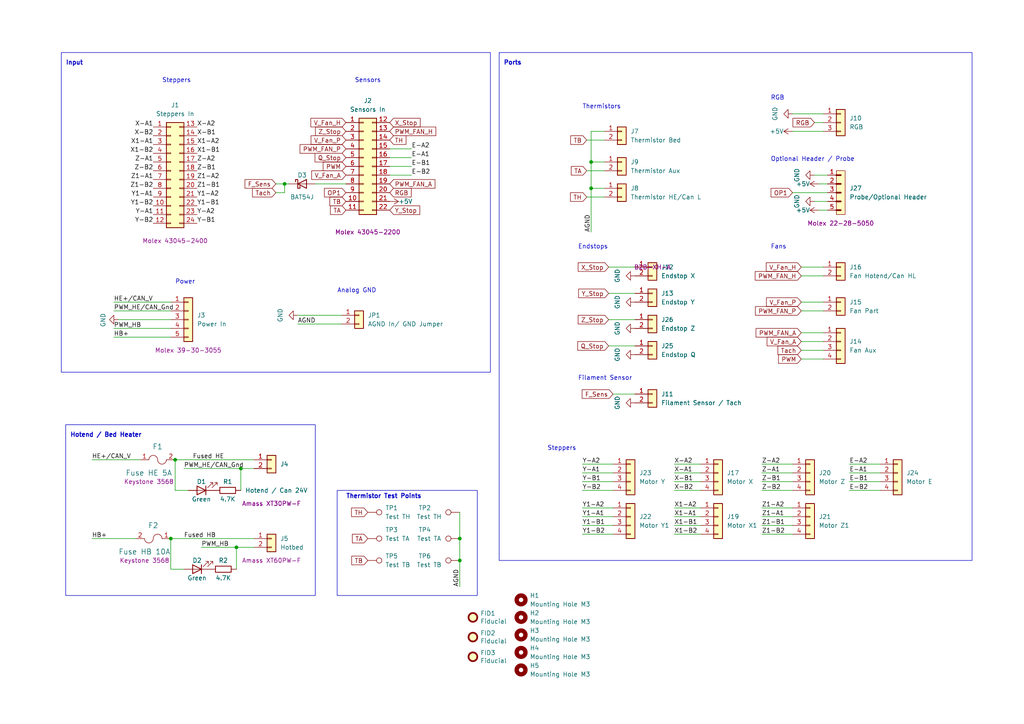
<source format=kicad_sch>
(kicad_sch (version 20230121) (generator eeschema)
  (paper "A4")
  (title_block (title "LH Stinger BREAKBEAT") (rev "Vol 1") (company "LH ENGINEERING"))
  (lib_symbols
    (symbol "Connector:TestPoint" (pin_numbers hide) (pin_names (offset 0.762) hide)
      (property "Reference" "TP" (at 0 6.858 0))
      (property "Value" "TestPoint" (at 0 5.08 0))
      (symbol "TestPoint_1_1"
        (pin passive line (at 0 0 90) (length 2.54) (name "1") (number "1"))
      )
    )
    (symbol "Connector_Generic:Conn_01x02" (pin_names (offset 1.016) hide)
      (property "Reference" "J" (at 0 2.54 0))
      (property "Value" "Conn_01x02" (at 0 -5.08 0))
      (symbol "Conn_01x02_1_1"
        (pin passive line (at -5.08 0 0) (length 3.81) (name "Pin_1") (number "1"))
        (pin passive line (at -5.08 -2.54 0) (length 3.81) (name "Pin_2") (number "2"))
      )
    )
    (symbol "Connector_Generic:Conn_01x03" (pin_names (offset 1.016) hide)
      (property "Reference" "J" (at 0 5.08 0))
      (property "Value" "Conn_01x03" (at 0 -5.08 0))
      (symbol "Conn_01x03_1_1"
        (pin passive line (at -5.08 2.54 0) (length 3.81) (name "Pin_1") (number "1"))
        (pin passive line (at -5.08 0 0) (length 3.81) (name "Pin_2") (number "2"))
        (pin passive line (at -5.08 -2.54 0) (length 3.81) (name "Pin_3") (number "3"))
      )
    )
    (symbol "Connector_Generic:Conn_01x04" (pin_names (offset 1.016) hide)
      (property "Reference" "J" (at 0 5.08 0))
      (property "Value" "Conn_01x04" (at 0 -7.62 0))
      (symbol "Conn_01x04_1_1"
        (pin passive line (at -5.08 2.54 0) (length 3.81) (name "Pin_1") (number "1"))
        (pin passive line (at -5.08 0 0) (length 3.81) (name "Pin_2") (number "2"))
        (pin passive line (at -5.08 -2.54 0) (length 3.81) (name "Pin_3") (number "3"))
        (pin passive line (at -5.08 -5.08 0) (length 3.81) (name "Pin_4") (number "4"))
      )
    )
    (symbol "Connector_Generic:Conn_01x05" (pin_names (offset 1.016) hide)
      (property "Reference" "J" (at 0 7.62 0))
      (property "Value" "Conn_01x05" (at 0 -7.62 0))
      (symbol "Conn_01x05_1_1"
        (pin passive line (at -5.08 5.08 0) (length 3.81) (name "Pin_1") (number "1"))
        (pin passive line (at -5.08 2.54 0) (length 3.81) (name "Pin_2") (number "2"))
        (pin passive line (at -5.08 0 0) (length 3.81) (name "Pin_3") (number "3"))
        (pin passive line (at -5.08 -2.54 0) (length 3.81) (name "Pin_4") (number "4"))
        (pin passive line (at -5.08 -5.08 0) (length 3.81) (name "Pin_5") (number "5"))
      )
    )
    (symbol "Connector_Generic:Conn_02x11_Top_Bottom" (pin_names (offset 1.016) hide)
      (property "Reference" "J" (at 1.27 15.24 0))
      (property "Value" "Conn_02x11_Top_Bottom" (at 1.27 -15.24 0))
      (symbol "Conn_02x11_Top_Bottom_1_1"
        (pin passive line (at -5.08 12.7 0) (length 3.81) (name "Pin_1") (number "1"))
        (pin passive line (at -5.08 -10.16 0) (length 3.81) (name "Pin_10") (number "10"))
        (pin passive line (at -5.08 -12.7 0) (length 3.81) (name "Pin_11") (number "11"))
        (pin passive line (at 7.62 12.7 180) (length 3.81) (name "Pin_12") (number "12"))
        (pin passive line (at 7.62 10.16 180) (length 3.81) (name "Pin_13") (number "13"))
        (pin passive line (at 7.62 7.62 180) (length 3.81) (name "Pin_14") (number "14"))
        (pin passive line (at 7.62 5.08 180) (length 3.81) (name "Pin_15") (number "15"))
        (pin passive line (at 7.62 2.54 180) (length 3.81) (name "Pin_16") (number "16"))
        (pin passive line (at 7.62 0 180) (length 3.81) (name "Pin_17") (number "17"))
        (pin passive line (at 7.62 -2.54 180) (length 3.81) (name "Pin_18") (number "18"))
        (pin passive line (at 7.62 -5.08 180) (length 3.81) (name "Pin_19") (number "19"))
        (pin passive line (at -5.08 10.16 0) (length 3.81) (name "Pin_2") (number "2"))
        (pin passive line (at 7.62 -7.62 180) (length 3.81) (name "Pin_20") (number "20"))
        (pin passive line (at 7.62 -10.16 180) (length 3.81) (name "Pin_21") (number "21"))
        (pin passive line (at 7.62 -12.7 180) (length 3.81) (name "Pin_22") (number "22"))
        (pin passive line (at -5.08 7.62 0) (length 3.81) (name "Pin_3") (number "3"))
        (pin passive line (at -5.08 5.08 0) (length 3.81) (name "Pin_4") (number "4"))
        (pin passive line (at -5.08 2.54 0) (length 3.81) (name "Pin_5") (number "5"))
        (pin passive line (at -5.08 0 0) (length 3.81) (name "Pin_6") (number "6"))
        (pin passive line (at -5.08 -2.54 0) (length 3.81) (name "Pin_7") (number "7"))
        (pin passive line (at -5.08 -5.08 0) (length 3.81) (name "Pin_8") (number "8"))
        (pin passive line (at -5.08 -7.62 0) (length 3.81) (name "Pin_9") (number "9"))
      )
    )
    (symbol "Connector_Generic:Conn_02x12_Top_Bottom" (pin_names (offset 1.016) hide)
      (property "Reference" "J" (at 1.27 15.24 0))
      (property "Value" "Conn_02x12_Top_Bottom" (at 1.27 -17.78 0))
      (symbol "Conn_02x12_Top_Bottom_1_1"
        (pin passive line (at -5.08 12.7 0) (length 3.81) (name "Pin_1") (number "1"))
        (pin passive line (at -5.08 -10.16 0) (length 3.81) (name "Pin_10") (number "10"))
        (pin passive line (at -5.08 -12.7 0) (length 3.81) (name "Pin_11") (number "11"))
        (pin passive line (at -5.08 -15.24 0) (length 3.81) (name "Pin_12") (number "12"))
        (pin passive line (at 7.62 12.7 180) (length 3.81) (name "Pin_13") (number "13"))
        (pin passive line (at 7.62 10.16 180) (length 3.81) (name "Pin_14") (number "14"))
        (pin passive line (at 7.62 7.62 180) (length 3.81) (name "Pin_15") (number "15"))
        (pin passive line (at 7.62 5.08 180) (length 3.81) (name "Pin_16") (number "16"))
        (pin passive line (at 7.62 2.54 180) (length 3.81) (name "Pin_17") (number "17"))
        (pin passive line (at 7.62 0 180) (length 3.81) (name "Pin_18") (number "18"))
        (pin passive line (at 7.62 -2.54 180) (length 3.81) (name "Pin_19") (number "19"))
        (pin passive line (at -5.08 10.16 0) (length 3.81) (name "Pin_2") (number "2"))
        (pin passive line (at 7.62 -5.08 180) (length 3.81) (name "Pin_20") (number "20"))
        (pin passive line (at 7.62 -7.62 180) (length 3.81) (name "Pin_21") (number "21"))
        (pin passive line (at 7.62 -10.16 180) (length 3.81) (name "Pin_22") (number "22"))
        (pin passive line (at 7.62 -12.7 180) (length 3.81) (name "Pin_23") (number "23"))
        (pin passive line (at 7.62 -15.24 180) (length 3.81) (name "Pin_24") (number "24"))
        (pin passive line (at -5.08 7.62 0) (length 3.81) (name "Pin_3") (number "3"))
        (pin passive line (at -5.08 5.08 0) (length 3.81) (name "Pin_4") (number "4"))
        (pin passive line (at -5.08 2.54 0) (length 3.81) (name "Pin_5") (number "5"))
        (pin passive line (at -5.08 0 0) (length 3.81) (name "Pin_6") (number "6"))
        (pin passive line (at -5.08 -2.54 0) (length 3.81) (name "Pin_7") (number "7"))
        (pin passive line (at -5.08 -5.08 0) (length 3.81) (name "Pin_8") (number "8"))
        (pin passive line (at -5.08 -7.62 0) (length 3.81) (name "Pin_9") (number "9"))
      )
    )
    (symbol "Device:LED" (pin_numbers hide) (pin_names (offset 1.016) hide)
      (property "Reference" "D" (at 0 2.54 0))
      (property "Value" "LED" (at 0 -2.54 0))
      (symbol "LED_1_1"
        (pin passive line (at -3.81 0 0) (length 2.54) (name "K") (number "1"))
        (pin passive line (at 3.81 0 180) (length 2.54) (name "A") (number "2"))
      )
    )
    (symbol "Diode:BAT54J" (pin_numbers hide) (pin_names (offset 1.016) hide)
      (property "Reference" "D" (at 0 2.54 0))
      (property "Value" "BAT54J" (at 0 -2.54 0))
      (symbol "BAT54J_1_1"
        (pin passive line (at -3.81 0 0) (length 2.54) (name "K") (number "1"))
        (pin passive line (at 3.81 0 180) (length 2.54) (name "A") (number "2"))
      )
    )
    (symbol "Mechanical:Fiducial"
      (property "Reference" "FID" (at 0 5.08 0))
      (property "Value" "Fiducial" (at 0 3.175 0))
    )
    (symbol "Mechanical:MountingHole" (pin_names (offset 1.016))
      (property "Reference" "H" (at 0 5.08 0))
      (property "Value" "MountingHole" (at 0 3.175 0))
    )
    (symbol "PCM_SL_Devices:Resistor"
      (property "Reference" "R" (at 0 5.08 0))
      (property "Value" "Resistor" (at 0 2.54 0))
      (symbol "Resistor_1_1"
        (pin passive line (at -3.81 0 0) (length 1.5) (name "") (number "1"))
        (pin passive line (at 3.81 0 180) (length 1.5) (name "~") (number "2"))
      )
    )
    (symbol "PCM_SL_Pin_Headers:PINHD_1x5_Male"
      (property "Reference" "J" (at 0 10.16 0))
      (property "Value" "PINHD_1x5_Male" (at 0 7.62 0))
      (symbol "PINHD_1x5_Male_1_1"
        (pin passive line (at -3.81 5.08 0) (length 2.54) (name "") (number "1"))
        (pin passive line (at -3.81 2.54 0) (length 2.54) (name "") (number "2"))
        (pin passive line (at -3.81 0 0) (length 2.54) (name "") (number "3"))
        (pin passive line (at -3.81 -2.54 0) (length 2.54) (name "") (number "4"))
        (pin passive line (at -3.81 -5.08 0) (length 2.54) (name "") (number "5"))
      )
    )
    (symbol "Toolhead_PCB:GND" (power) (pin_names (offset 0))
      (property "Value" "GND" (at 0 -3.81 0))
      (symbol "GND_1_1"
        (pin power_in line (at 0 0 270) (length 0) hide (name "GND") (number "1"))
      )
    )
    (symbol "dk_Fuses:3413_0328_22" (pin_names (offset 1.016))
      (property "Reference" "F" (at 0 2.54 0))
      (property "Value" "3413_0328_22" (at 0 -2.54 0))
      (symbol "3413_0328_22_1_1"
        (pin output line (at -5.08 0 0) (length 2.54) (name "~") (number "1"))
        (pin output line (at 5.08 0 180) (length 2.54) (name "~") (number "2"))
      )
    )
    (symbol "power:+5V" (power) (pin_names (offset 0))
      (property "Value" "+5V" (at 0 3.556 0))
      (symbol "+5V_1_1"
        (pin power_in line (at 0 0 90) (length 0) hide (name "+5V") (number "1"))
      )
    )
  )
  (junction (at 133.35 162.56))
  (junction (at 82.55 53.34))
  (junction (at 171.45 46.99))
  (junction (at 133.35 156.21))
  (junction (at 171.45 54.61))
  (junction (at 49.53 156.21))
  (junction (at 50.8 133.35))
  (junction (at 69.85 135.89))
  (junction (at 68.58 158.75))
  (wire (pts (xy 176.53 77.47) (xy 184.15 77.47)))
  (wire (pts (xy 203.2 154.94) (xy 195.58 154.94)))
  (wire (pts (xy 237.49 53.34) (xy 240.03 53.34)))
  (wire (pts (xy 119.38 43.18) (xy 113.03 43.18)))
  (wire (pts (xy 203.2 139.7) (xy 195.58 139.7)))
  (wire (pts (xy 232.41 99.06) (xy 238.76 99.06)))
  (wire (pts (xy 203.2 137.16) (xy 195.58 137.16)))
  (wire (pts (xy 171.45 46.99) (xy 171.45 54.61)))
  (wire (pts (xy 220.98 134.62) (xy 229.87 134.62)))
  (wire (pts (xy 220.98 154.94) (xy 229.87 154.94)))
  (wire (pts (xy 58.42 158.75) (xy 68.58 158.75)))
  (wire (pts (xy 246.38 134.62) (xy 255.27 134.62)))
  (wire (pts (xy 33.02 95.25) (xy 49.53 95.25)))
  (wire (pts (xy 133.35 148.59) (xy 133.35 156.21)))
  (wire (pts (xy 171.45 38.1) (xy 175.26 38.1)))
  (wire (pts (xy 50.8 133.35) (xy 50.8 142.24)))
  (wire (pts (xy 220.98 137.16) (xy 229.87 137.16)))
  (wire (pts (xy 168.91 147.32) (xy 177.8 147.32)))
  (wire (pts (xy 220.98 147.32) (xy 229.87 147.32)))
  (wire (pts (xy 232.41 87.63) (xy 238.76 87.63)))
  (wire (pts (xy 220.98 152.4) (xy 229.87 152.4)))
  (wire (pts (xy 203.2 149.86) (xy 195.58 149.86)))
  (wire (pts (xy 220.98 149.86) (xy 229.87 149.86)))
  (wire (pts (xy 33.02 97.79) (xy 49.53 97.79)))
  (wire (pts (xy 177.8 137.16) (xy 168.91 137.16)))
  (wire (pts (xy 171.45 54.61) (xy 175.26 54.61)))
  (wire (pts (xy 26.67 156.21) (xy 39.37 156.21)))
  (wire (pts (xy 246.38 139.7) (xy 255.27 139.7)))
  (wire (pts (xy 232.41 96.52) (xy 238.76 96.52)))
  (wire (pts (xy 176.53 92.71) (xy 184.15 92.71)))
  (wire (pts (xy 176.53 100.33) (xy 184.15 100.33)))
  (wire (pts (xy 119.38 50.8) (xy 113.03 50.8)))
  (wire (pts (xy 238.76 33.02) (xy 229.87 33.02)))
  (wire (pts (xy 236.22 58.42) (xy 240.03 58.42)))
  (wire (pts (xy 119.38 48.26) (xy 113.03 48.26)))
  (wire (pts (xy 177.8 142.24) (xy 168.91 142.24)))
  (wire (pts (xy 133.35 156.21) (xy 133.35 162.56)))
  (wire (pts (xy 68.58 158.75) (xy 73.66 158.75)))
  (wire (pts (xy 168.91 154.94) (xy 177.8 154.94)))
  (wire (pts (xy 33.02 87.63) (xy 49.53 87.63)))
  (wire (pts (xy 236.22 35.56) (xy 238.76 35.56)))
  (wire (pts (xy 246.38 137.16) (xy 255.27 137.16)))
  (wire (pts (xy 53.34 135.89) (xy 69.85 135.89)))
  (wire (pts (xy 203.2 147.32) (xy 195.58 147.32)))
  (wire (pts (xy 49.53 156.21) (xy 73.66 156.21)))
  (wire (pts (xy 229.87 38.1) (xy 238.76 38.1)))
  (wire (pts (xy 69.85 135.89) (xy 69.85 142.24)))
  (wire (pts (xy 168.91 149.86) (xy 177.8 149.86)))
  (wire (pts (xy 177.8 114.3) (xy 184.15 114.3)))
  (wire (pts (xy 99.06 91.44) (xy 86.36 91.44)))
  (wire (pts (xy 229.87 55.88) (xy 240.03 55.88)))
  (wire (pts (xy 203.2 134.62) (xy 195.58 134.62)))
  (wire (pts (xy 232.41 90.17) (xy 238.76 90.17)))
  (wire (pts (xy 133.35 162.56) (xy 133.35 170.18)))
  (wire (pts (xy 170.18 49.53) (xy 175.26 49.53)))
  (wire (pts (xy 177.8 134.62) (xy 168.91 134.62)))
  (wire (pts (xy 246.38 142.24) (xy 255.27 142.24)))
  (wire (pts (xy 82.55 53.34) (xy 82.55 55.88)))
  (wire (pts (xy 80.01 53.34) (xy 82.55 53.34)))
  (wire (pts (xy 232.41 77.47) (xy 238.76 77.47)))
  (wire (pts (xy 171.45 46.99) (xy 175.26 46.99)))
  (wire (pts (xy 171.45 38.1) (xy 171.45 46.99)))
  (wire (pts (xy 232.41 104.14) (xy 238.76 104.14)))
  (wire (pts (xy 176.53 85.09) (xy 184.15 85.09)))
  (wire (pts (xy 232.41 80.01) (xy 238.76 80.01)))
  (wire (pts (xy 49.53 156.21) (xy 49.53 165.1)))
  (wire (pts (xy 34.29 92.71) (xy 49.53 92.71)))
  (wire (pts (xy 83.82 53.34) (xy 82.55 53.34)))
  (wire (pts (xy 50.8 142.24) (xy 54.61 142.24)))
  (wire (pts (xy 80.01 55.88) (xy 82.55 55.88)))
  (wire (pts (xy 232.41 101.6) (xy 238.76 101.6)))
  (wire (pts (xy 68.58 158.75) (xy 68.58 165.1)))
  (wire (pts (xy 203.2 152.4) (xy 195.58 152.4)))
  (wire (pts (xy 203.2 142.24) (xy 195.58 142.24)))
  (wire (pts (xy 236.22 50.8) (xy 240.03 50.8)))
  (wire (pts (xy 91.44 53.34) (xy 100.33 53.34)))
  (wire (pts (xy 170.18 40.64) (xy 175.26 40.64)))
  (wire (pts (xy 69.85 135.89) (xy 73.66 135.89)))
  (wire (pts (xy 237.49 60.96) (xy 240.03 60.96)))
  (wire (pts (xy 86.36 93.98) (xy 99.06 93.98)))
  (wire (pts (xy 26.67 133.35) (xy 40.64 133.35)))
  (wire (pts (xy 168.91 152.4) (xy 177.8 152.4)))
  (wire (pts (xy 119.38 45.72) (xy 113.03 45.72)))
  (wire (pts (xy 177.8 139.7) (xy 168.91 139.7)))
  (wire (pts (xy 220.98 139.7) (xy 229.87 139.7)))
  (wire (pts (xy 50.8 133.35) (xy 73.66 133.35)))
  (wire (pts (xy 220.98 142.24) (xy 229.87 142.24)))
  (wire (pts (xy 170.18 57.15) (xy 175.26 57.15)))
  (wire (pts (xy 33.02 90.17) (xy 49.53 90.17)))
  (wire (pts (xy 49.53 165.1) (xy 53.34 165.1)))
  (wire (pts (xy 171.45 54.61) (xy 171.45 67.31)))
  (rectangle (start 17.78 15.24) (end 142.24 107.95))
  (rectangle (start 97.79 142.24) (end 138.43 172.72))
  (rectangle (start 19.05 123.19) (end 91.44 172.72))
  (rectangle (start 144.78 15.24) (end 281.94 162.56))
  (text "Fans" (at 223.52 72.39 0) (effects (font (size 1.27 1.27)) (justify left bottom)))
  (text "Analog GND" (at 97.79 85.09 0) (effects (font (size 1.27 1.27)) (justify left bottom)))
  (text "Power" (at 50.8 82.55 0) (effects (font (size 1.27 1.27)) (justify left bottom)))
  (text "Endstops" (at 167.64 72.39 0) (effects (font (size 1.27 1.27)) (justify left bottom)))
  (text "Input" (at 19.05 19.05 0) (effects (font (size 1.27 1.27) (thickness 0.254) bold) (justify left bottom)))
  (text "Hotend / Bed Heater\n" (at 20.32 127 0) (effects (font (size 1.27 1.27) (thickness 0.254) bold) (justify left bottom)))
  (text "Steppers" (at 158.75 130.81 0) (effects (font (size 1.27 1.27)) (justify left bottom)))
  (text "Ports" (at 146.05 19.05 0) (effects (font (size 1.27 1.27) (thickness 0.254) bold) (justify left bottom)))
  (text "Steppers" (at 46.99 24.13 0) (effects (font (size 1.27 1.27)) (justify left bottom)))
  (text "Thermistors" (at 168.91 31.75 0) (effects (font (size 1.27 1.27)) (justify left bottom)))
  (text "Optional Header / Probe" (at 223.52 46.99 0) (effects (font (size 1.27 1.27)) (justify left bottom)))
  (text "Filament Sensor" (at 167.64 110.49 0) (effects (font (size 1.27 1.27)) (justify left bottom)))
  (text "Thermistor Test Points" (at 100.33 144.78 0) (effects (font (size 1.27 1.27) (thickness 0.254) bold) (justify left bottom)))
  (text "Sensors" (at 102.87 24.13 0) (effects (font (size 1.27 1.27)) (justify left bottom)))
  (text "RGB" (at 223.52 29.21 0) (effects (font (size 1.27 1.27)) (justify left bottom)))
  (label "X1-A2" (at 57.15 41.91 0))
  (label "Z1-A2" (at 220.98 147.32 0))
  (label "E-A1" (at 246.38 137.16 0))
  (label "X1-B1" (at 57.15 44.45 0))
  (label "Y1-B2" (at 44.45 59.69 180))
  (label "Z-A1" (at 220.98 137.16 0))
  (label "Z1-B2" (at 44.45 54.61 180))
  (label "E-B1" (at 246.38 139.7 0))
  (label "Y-A2" (at 168.91 134.62 0))
  (label "Z1-A1" (at 44.45 52.07 180))
  (label "Z1-B2" (at 220.98 154.94 0))
  (label "Y-A1" (at 168.91 137.16 0))
  (label "Z-A2" (at 57.15 46.99 0))
  (label "Y1-B1" (at 57.15 59.69 0))
  (label "Z1-B1" (at 220.98 152.4 0))
  (label "Y-B1" (at 57.15 64.77 0))
  (label "X1-A2" (at 195.58 147.32 0))
  (label "Y1-A2" (at 168.91 147.32 0))
  (label "AGND" (at 86.36 93.98 0))
  (label "HB+" (at 26.67 156.21 0))
  (label "Y-B2" (at 168.91 142.24 0))
  (label "Fused HB" (at 53.34 156.21 0))
  (label "Fused HE" (at 55.88 133.35 0))
  (label "X-A1" (at 195.58 137.16 0))
  (label "X-B2" (at 195.58 142.24 0))
  (label "HB+" (at 33.02 97.79 0))
  (label "Y1-A1" (at 168.91 149.86 0))
  (label "AGND" (at 171.45 67.31 90))
  (label "X1-B2" (at 44.45 44.45 180))
  (label "E-A2" (at 246.38 134.62 0))
  (label "X-B1" (at 57.15 39.37 0))
  (label "E-B2" (at 246.38 142.24 0))
  (label "X-B1" (at 195.58 139.7 0))
  (label "X-A2" (at 195.58 134.62 0))
  (label "Z-A2" (at 220.98 134.62 0))
  (label "PWM_HE{slash}CAN_Gnd" (at 53.34 135.89 0))
  (label "Y-A1" (at 44.45 62.23 180))
  (label "E-B2" (at 119.38 50.8 0))
  (label "Y1-B2" (at 168.91 154.94 0))
  (label "Z-B1" (at 57.15 49.53 0))
  (label "AGND" (at 133.35 170.18 90))
  (label "Z-B2" (at 220.98 142.24 0))
  (label "X1-B1" (at 195.58 152.4 0))
  (label "Y-A2" (at 57.15 62.23 0))
  (label "Z-A1" (at 44.45 46.99 180))
  (label "Y-B1" (at 168.91 139.7 0))
  (label "E-A2" (at 119.38 43.18 0))
  (label "Z-B1" (at 220.98 139.7 0))
  (label "HE+{slash}CAN_V" (at 26.67 133.35 0))
  (label "X1-B2" (at 195.58 154.94 0))
  (label "X-A2" (at 57.15 36.83 0))
  (label "PWM_HB" (at 58.42 158.75 0))
  (label "X1-A1" (at 195.58 149.86 0))
  (label "Y1-A1" (at 44.45 57.15 180))
  (label "Y1-B1" (at 168.91 152.4 0))
  (label "X1-A1" (at 44.45 41.91 180))
  (label "X-B2" (at 44.45 39.37 180))
  (label "X-A1" (at 44.45 36.83 180))
  (label "PWM_HB" (at 33.02 95.25 0))
  (label "E-B1" (at 119.38 48.26 0))
  (label "Z-B2" (at 44.45 49.53 180))
  (label "E-A1" (at 119.38 45.72 0))
  (label "Z1-A1" (at 220.98 149.86 0))
  (label "PWM_HE{slash}CAN_Gnd" (at 33.02 90.17 0))
  (label "Z1-B1" (at 57.15 54.61 0))
  (label "Y1-A2" (at 57.15 57.15 0))
  (label "Z1-A2" (at 57.15 52.07 0))
  (label "Y-B2" (at 44.45 64.77 180))
  (label "HE+{slash}CAN_V" (at 33.02 87.63 0))
  (global_label "TB" (shape input) (at 100.33 58.42 180) (property "Intersheetrefs" "${INTERSHEET_REFS}" (effects hide)))
  (global_label "Tach" (shape input) (at 232.41 101.6 180) (property "Intersheetrefs" "${INTERSHEET_REFS}" (effects hide)))
  (global_label "Tach" (shape input) (at 80.01 55.88 180) (property "Intersheetrefs" "${INTERSHEET_REFS}" (effects hide)))
  (global_label "Q_Stop" (shape input) (at 100.33 45.72 180) (property "Intersheetrefs" "${INTERSHEET_REFS}" (effects hide)))
  (global_label "TH" (shape input) (at 113.03 40.64 0) (property "Intersheetrefs" "${INTERSHEET_REFS}" (effects hide)))
  (global_label "OP1" (shape input) (at 229.87 55.88 180) (property "Intersheetrefs" "${INTERSHEET_REFS}" (effects hide)))
  (global_label "Z_Stop" (shape input) (at 100.33 38.1 180) (property "Intersheetrefs" "${INTERSHEET_REFS}" (effects hide)))
  (global_label "Y_Stop" (shape input) (at 176.53 85.09 180) (property "Intersheetrefs" "${INTERSHEET_REFS}" (effects hide)))
  (global_label "OP1" (shape input) (at 100.33 55.88 180) (property "Intersheetrefs" "${INTERSHEET_REFS}" (effects hide)))
  (global_label "TA" (shape input) (at 106.68 156.21 180) (property "Intersheetrefs" "${INTERSHEET_REFS}" (effects hide)))
  (global_label "V_Fan_P" (shape input) (at 100.33 40.64 180) (property "Intersheetrefs" "${INTERSHEET_REFS}" (effects hide)))
  (global_label "Q_Stop" (shape input) (at 176.53 100.33 180) (property "Intersheetrefs" "${INTERSHEET_REFS}" (effects hide)))
  (global_label "V_Fan_A" (shape input) (at 232.41 99.06 180) (property "Intersheetrefs" "${INTERSHEET_REFS}" (effects hide)))
  (global_label "PWM_FAN_P" (shape input) (at 232.41 90.17 180) (property "Intersheetrefs" "${INTERSHEET_REFS}" (effects hide)))
  (global_label "X_Stop" (shape input) (at 113.03 35.56 0) (property "Intersheetrefs" "${INTERSHEET_REFS}" (effects hide)))
  (global_label "PWM_FAN_P" (shape input) (at 100.33 43.18 180) (property "Intersheetrefs" "${INTERSHEET_REFS}" (effects hide)))
  (global_label "TH" (shape input) (at 106.68 148.59 180) (property "Intersheetrefs" "${INTERSHEET_REFS}" (effects hide)))
  (global_label "PWM" (shape input) (at 100.33 48.26 180) (property "Intersheetrefs" "${INTERSHEET_REFS}" (effects hide)))
  (global_label "PWM_FAN_H" (shape input) (at 232.41 80.01 180) (property "Intersheetrefs" "${INTERSHEET_REFS}" (effects hide)))
  (global_label "X_Stop" (shape input) (at 176.53 77.47 180) (property "Intersheetrefs" "${INTERSHEET_REFS}" (effects hide)))
  (global_label "TH" (shape input) (at 170.18 57.15 180) (property "Intersheetrefs" "${INTERSHEET_REFS}" (effects hide)))
  (global_label "PWM_FAN_H" (shape input) (at 113.03 38.1 0) (property "Intersheetrefs" "${INTERSHEET_REFS}" (effects hide)))
  (global_label "RGB" (shape input) (at 113.03 55.88 0) (property "Intersheetrefs" "${INTERSHEET_REFS}" (effects hide)))
  (global_label "TA" (shape input) (at 170.18 49.53 180) (property "Intersheetrefs" "${INTERSHEET_REFS}" (effects hide)))
  (global_label "TB" (shape input) (at 106.68 162.56 180) (property "Intersheetrefs" "${INTERSHEET_REFS}" (effects hide)))
  (global_label "Z_Stop" (shape input) (at 176.53 92.71 180) (property "Intersheetrefs" "${INTERSHEET_REFS}" (effects hide)))
  (global_label "V_Fan_H" (shape input) (at 100.33 35.56 180) (property "Intersheetrefs" "${INTERSHEET_REFS}" (effects hide)))
  (global_label "Y_Stop" (shape input) (at 113.03 60.96 0) (property "Intersheetrefs" "${INTERSHEET_REFS}" (effects hide)))
  (global_label "RGB" (shape input) (at 236.22 35.56 180) (property "Intersheetrefs" "${INTERSHEET_REFS}" (effects hide)))
  (global_label "TA" (shape input) (at 100.33 60.96 180) (property "Intersheetrefs" "${INTERSHEET_REFS}" (effects hide)))
  (global_label "V_Fan_P" (shape input) (at 232.41 87.63 180) (property "Intersheetrefs" "${INTERSHEET_REFS}" (effects hide)))
  (global_label "PWM" (shape input) (at 232.41 104.14 180) (property "Intersheetrefs" "${INTERSHEET_REFS}" (effects hide)))
  (global_label "TB" (shape input) (at 170.18 40.64 180) (property "Intersheetrefs" "${INTERSHEET_REFS}" (effects hide)))
  (global_label "F_Sens" (shape input) (at 80.01 53.34 180) (property "Intersheetrefs" "${INTERSHEET_REFS}" (effects hide)))
  (global_label "F_Sens" (shape input) (at 177.8 114.3 180) (property "Intersheetrefs" "${INTERSHEET_REFS}" (effects hide)))
  (global_label "PWM_FAN_A" (shape input) (at 232.41 96.52 180) (property "Intersheetrefs" "${INTERSHEET_REFS}" (effects hide)))
  (global_label "PWM_FAN_A" (shape input) (at 113.03 53.34 0) (property "Intersheetrefs" "${INTERSHEET_REFS}" (effects hide)))
  (global_label "V_Fan_A" (shape input) (at 100.33 50.8 180) (property "Intersheetrefs" "${INTERSHEET_REFS}" (effects hide)))
  (global_label "V_Fan_H" (shape input) (at 232.41 77.47 180) (property "Intersheetrefs" "${INTERSHEET_REFS}" (effects hide)))
  (symbol (lib_id "Connector_Generic:Conn_01x04") (at 208.28 149.86 0) (unit 1)
    (property "Reference" "J19" (at 210.82 149.86 0) (effects (justify left)))
    (property "Value" "Motor X1" (at 210.82 152.4 0) (effects (justify left)))
    (property "Footprint" "Connector_JST:JST_XH_B4B-XH-A_1x04_P2.50mm_Vertical" (effects hide))
    (property "MFR" "B4B-XH-A" (effects hide))
    (property "PAIR" "https://www.digikey.com/en/products/detail/jst-sales-america-inc/XHP-4/683353" (effects hide))
    (property "URL" "https://www.digikey.com/en/products/detail/jst-sales-america-inc/B4B-XH-A/1651047" (effects hide))
    (property "LCSC" "C709375" (effects hide))
  )
  (symbol (lib_id "Connector:TestPoint") (at 106.68 148.59 270) (unit 1) (in_bom no)
    (property "Reference" "TP1" (at 111.76 147.32 90) (effects (justify left)))
    (property "Value" "Test TH" (at 111.76 149.86 90) (effects (justify left)))
    (property "Footprint" "TestPoint:TestPoint_Pad_D2.0mm" (effects hide))
  )
  (symbol (lib_id "Connector_Generic:Conn_01x04") (at 182.88 149.86 0) (unit 1)
    (property "Reference" "J22" (at 185.42 149.86 0) (effects (justify left)))
    (property "Value" "Motor Y1" (at 185.42 152.4 0) (effects (justify left)))
    (property "Footprint" "Connector_JST:JST_XH_B4B-XH-A_1x04_P2.50mm_Vertical" (effects hide))
    (property "MFR" "B4B-XH-A" (effects hide))
    (property "PAIR" "https://www.digikey.com/en/products/detail/jst-sales-america-inc/XHP-4/683353" (effects hide))
    (property "URL" "https://www.digikey.com/en/products/detail/jst-sales-america-inc/B4B-XH-A/1651047" (effects hide))
    (property "LCSC" "C709375" (effects hide))
  )
  (symbol (lib_id "Toolhead_PCB:GND") (at 184.15 95.25 270) (unit 1)
    (property "Reference" "#PWR011" (effects hide))
    (property "Value" "GND" (at 179.07 95.25 0))
  )
  (symbol (lib_id "Connector_Generic:Conn_02x12_Top_Bottom") (at 49.53 49.53 0) (unit 1)
    (property "Reference" "J1" (at 50.8 30.48 0))
    (property "Value" "Steppers In" (at 50.8 33.02 0))
    (property "Footprint" "Mouser:0430452400" (effects hide))
    (property "MFR" "Molex 43045-2400" (at 50.8 69.85 0))
    (property "URL" "https://eu.mouser.com/ProductDetail/Molex/43045-2400?qs=MGlPTwjtJ4Zoxv8rv2O0Pw%3D%3D" (effects hide))
    (property "PAIR" "https://eu.mouser.com/ProductDetail/Molex/43025-2400?qs=MGlPTwjtJ4ZUmEde0XlkUg%3D%3D" (effects hide))
    (property "PAIR CRIMP" "https://eu.mouser.com/ProductDetail/Molex/43030-0001-Cut-Strip?qs=LVm7ROZMjqOG%2FpR3agpKGQ%3D%3D" (effects hide))
    (property "WIRE" "24AWG" (effects hide))
    (property "LCSC" "C277384" (effects hide))
  )
  (symbol (lib_id "dk_Fuses:3413_0328_22") (at 45.72 133.35 0) (unit 1)
    (property "Reference" "F1" (at 45.72 129.54 0) (effects (font (size 1.524 1.524))))
    (property "Value" "Fuse HE 5A" (at 43.18 137.16 0) (effects (font (size 1.524 1.524))))
    (property "Footprint" "Fuse:Fuseholder_Blade_Mini_Keystone_3568" (effects hide))
    (property "Status" "Active" (effects hide))
    (property "MFR" "Keystone 3568" (at 43.18 139.7 0))
    (property "URL" "https://eu.mouser.com/ProductDetail/Keystone-Electronics/3568?qs=fP5bVVCrK%2Fd7nbA%2FPpwnKw%3D%3D" (effects hide))
    (property "PAIR" "Fuse Mini 297 10A" (effects hide))
    (property "LCSC" "C3206956" (effects hide))
  )
  (symbol (lib_id "Connector_Generic:Conn_01x02") (at 189.23 92.71 0) (unit 1)
    (property "Reference" "J26" (at 191.77 92.71 0) (effects (justify left)))
    (property "Value" "Endstop Z" (at 191.77 95.25 0) (effects (justify left)))
    (property "Footprint" "Connector_JST:JST_XH_B2B-XH-A_1x02_P2.50mm_Vertical" (effects hide))
    (property "MFR" "B2B-XH-A" (effects hide))
    (property "PAIR" "https://www.digikey.com/en/products/detail/jst-sales-america-inc/XHP-3/1651017" (effects hide))
    (property "URL" "https://www.digikey.com/en/products/detail/jst-sales-america-inc/b2b-xh-a/1651045" (effects hide))
    (property "LCSC" "C5258883" (effects hide))
  )
  (symbol (lib_id "Toolhead_PCB:GND") (at 184.15 87.63 270) (unit 1)
    (property "Reference" "#PWR010" (effects hide))
    (property "Value" "GND" (at 179.07 87.63 0))
  )
  (symbol (lib_id "Device:LED") (at 58.42 142.24 180) (unit 1)
    (property "Reference" "D1" (at 58.42 139.7 0))
    (property "Value" "Green" (at 58.42 144.78 0))
    (property "Footprint" "LED_SMD:LED_0805_2012Metric_Pad1.15x1.40mm_HandSolder" (effects hide))
    (property "MFR" "HSMG-C170" (effects hide))
    (property "URL" "https://www.tme.eu/is/en/details/hsmg-c170/smd-colour-leds/broadcom-avago/" (effects hide))
    (property "LCSC" "C2297" (effects hide))
  )
  (symbol (lib_id "Mechanical:MountingHole") (at 151.13 179.07 0) (unit 1) (in_bom no)
    (property "Reference" "H2" (at 153.67 177.8 0) (effects (justify left)))
    (property "Value" "Mounting Hole M3" (at 153.67 180.34 0) (effects (justify left)))
    (property "Footprint" "MountingHole:MountingHole_3.2mm_M3_DIN965_Pad" (effects hide))
  )
  (symbol (lib_id "Toolhead_PCB:GND") (at 86.36 91.44 270) (unit 1)
    (property "Reference" "#PWR09" (effects hide))
    (property "Value" "GND" (at 81.28 91.44 0))
  )
  (symbol (lib_id "Connector:TestPoint") (at 133.35 148.59 90) (unit 1) (in_bom no)
    (property "Reference" "TP2" (at 123.19 147.32 90))
    (property "Value" "Test TH" (at 124.46 149.86 90))
    (property "Footprint" "TestPoint:TestPoint_Pad_D2.0mm" (effects hide))
  )
  (symbol (lib_id "power:+5V") (at 237.49 53.34 90) (unit 1)
    (property "Reference" "#PWR06" (effects hide))
    (property "Value" "+5V" (at 234.95 53.34 90) (effects (justify left)))
  )
  (symbol (lib_id "Toolhead_PCB:GND") (at 236.22 50.8 270) (unit 1)
    (property "Reference" "#PWR07" (effects hide))
    (property "Value" "GND" (at 231.14 50.8 0))
  )
  (symbol (lib_id "Toolhead_PCB:GND") (at 236.22 58.42 270) (unit 1)
    (property "Reference" "#PWR08" (effects hide))
    (property "Value" "GND" (at 231.14 58.42 0))
  )
  (symbol (lib_id "Connector:TestPoint") (at 106.68 156.21 270) (unit 1) (in_bom no)
    (property "Reference" "TP3" (at 111.76 153.67 90) (effects (justify left)))
    (property "Value" "Test TA" (at 111.76 156.21 90) (effects (justify left)))
    (property "Footprint" "TestPoint:TestPoint_Pad_D2.0mm" (effects hide))
  )
  (symbol (lib_id "Connector_Generic:Conn_02x11_Top_Bottom") (at 105.41 48.26 0) (unit 1)
    (property "Reference" "J2" (at 106.68 29.21 0))
    (property "Value" "Sensors In" (at 106.68 31.75 0))
    (property "Footprint" "Mouser:43045-22_00,01,02,10_" (effects hide))
    (property "MFR" "Molex 43045-2200" (at 106.68 67.31 0))
    (property "URL" "https://eu.mouser.com/ProductDetail/Molex/43045-2200?qs=4uk2DjTiZB8lr2mAXtKCNA%3D%3D" (effects hide))
    (property "PAIR" "https://eu.mouser.com/ProductDetail/Molex/43025-2200?qs=KC2ywxza1kqS68d5UsryIw%3D%3D" (effects hide))
    (property "PAIR CRIMP" "https://eu.mouser.com/ProductDetail/Molex/43030-0001-Cut-Strip?qs=LVm7ROZMjqOG%2FpR3agpKGQ%3D%3D" (effects hide))
    (property "WIRE" "24AWG" (effects hide))
    (property "LCSC" "C127339" (effects hide))
  )
  (symbol (lib_id "Connector:TestPoint") (at 133.35 162.56 90) (unit 1) (in_bom no)
    (property "Reference" "TP6" (at 123.19 161.29 90))
    (property "Value" "Test TB" (at 124.46 163.83 90))
    (property "Footprint" "TestPoint:TestPoint_Pad_D2.0mm" (effects hide))
  )
  (symbol (lib_id "Toolhead_PCB:GND") (at 184.15 102.87 270) (unit 1)
    (property "Reference" "#PWR012" (effects hide))
    (property "Value" "GND" (at 179.07 102.87 0))
  )
  (symbol (lib_id "Connector_Generic:Conn_01x04") (at 260.35 137.16 0) (unit 1)
    (property "Reference" "J24" (at 262.89 137.16 0) (effects (justify left)))
    (property "Value" "Motor E" (at 262.89 139.7 0) (effects (justify left)))
    (property "Footprint" "Connector_JST:JST_XH_B4B-XH-A_1x04_P2.50mm_Vertical" (effects hide))
    (property "MFR" "B4B-XH-A" (effects hide))
    (property "PAIR" "https://www.digikey.com/en/products/detail/jst-sales-america-inc/XHP-4/683353" (effects hide))
    (property "URL" "https://www.digikey.com/en/products/detail/jst-sales-america-inc/B4B-XH-A/1651047" (effects hide))
    (property "LCSC" "C709375" (effects hide))
  )
  (symbol (lib_id "Mechanical:MountingHole") (at 151.13 189.23 0) (unit 1) (in_bom no)
    (property "Reference" "H4" (at 153.67 187.96 0) (effects (justify left)))
    (property "Value" "Mounting Hole M3" (at 153.67 190.5 0) (effects (justify left)))
    (property "Footprint" "MountingHole:MountingHole_3.2mm_M3_DIN965_Pad" (effects hide))
  )
  (symbol (lib_id "Mechanical:Fiducial") (at 137.16 184.785 0) (unit 1) (in_bom no)
    (property "Reference" "FID2" (at 139.319 183.6166 0) (effects (justify left)))
    (property "Value" "Fiducial" (at 139.319 185.928 0) (effects (justify left)))
    (property "Footprint" "Fiducial:Fiducial_1.5mm_Mask3mm" (effects hide))
  )
  (symbol (lib_id "Toolhead_PCB:GND") (at 229.87 33.02 270) (unit 1)
    (property "Reference" "#PWR04" (effects hide))
    (property "Value" "GND" (at 224.79 33.02 0))
  )
  (symbol (lib_id "Device:LED") (at 57.15 165.1 180) (unit 1)
    (property "Reference" "D2" (at 57.15 162.56 0))
    (property "Value" "Green" (at 57.15 167.64 0))
    (property "Footprint" "LED_SMD:LED_0805_2012Metric_Pad1.15x1.40mm_HandSolder" (effects hide))
    (property "Mfr." "HSMG-C170" (effects hide))
    (property "MFR" "HSMG-C170" (effects hide))
    (property "URL" "https://www.tme.eu/is/en/details/hsmg-c170/smd-colour-leds/broadcom-avago/" (effects hide))
    (property "LCSC" "C2297" (effects hide))
  )
  (symbol (lib_id "power:+5V") (at 237.49 60.96 90) (unit 1)
    (property "Reference" "#PWR05" (effects hide))
    (property "Value" "+5V" (at 234.95 60.96 90) (effects (justify left)))
  )
  (symbol (lib_id "Mechanical:MountingHole") (at 151.13 184.15 0) (unit 1) (in_bom no)
    (property "Reference" "H3" (at 153.67 182.88 0) (effects (justify left)))
    (property "Value" "Mounting Hole M3" (at 153.67 185.42 0) (effects (justify left)))
    (property "Footprint" "MountingHole:MountingHole_3.2mm_M3_DIN965_Pad" (effects hide))
  )
  (symbol (lib_id "Connector_Generic:Conn_01x04") (at 208.28 137.16 0) (unit 1)
    (property "Reference" "J17" (at 210.82 137.16 0) (effects (justify left)))
    (property "Value" "Motor X" (at 210.82 139.7 0) (effects (justify left)))
    (property "Footprint" "Connector_JST:JST_XH_B4B-XH-A_1x04_P2.50mm_Vertical" (effects hide))
    (property "MFR" "B4B-XH-A" (effects hide))
    (property "PAIR" "https://www.digikey.com/en/products/detail/jst-sales-america-inc/XHP-4/683353" (effects hide))
    (property "URL" "https://www.digikey.com/en/products/detail/jst-sales-america-inc/B4B-XH-A/1651047" (effects hide))
    (property "LCSC" "C709375" (effects hide))
  )
  (symbol (lib_id "Connector_Generic:Conn_01x04") (at 234.95 137.16 0) (unit 1)
    (property "Reference" "J20" (at 237.49 137.16 0) (effects (justify left)))
    (property "Value" "Motor Z" (at 237.49 139.7 0) (effects (justify left)))
    (property "Footprint" "Connector_JST:JST_XH_B4B-XH-A_1x04_P2.50mm_Vertical" (effects hide))
    (property "MFR" "B4B-XH-A" (effects hide))
    (property "PAIR" "https://www.digikey.com/en/products/detail/jst-sales-america-inc/XHP-4/683353" (effects hide))
    (property "URL" "https://www.digikey.com/en/products/detail/jst-sales-america-inc/B4B-XH-A/1651047" (effects hide))
    (property "LCSC" "C709375" (effects hide))
  )
  (symbol (lib_id "Connector_Generic:Conn_01x05") (at 54.61 92.71 0) (unit 1)
    (property "Reference" "J3" (at 57.15 91.44 0) (effects (justify left)))
    (property "Value" "Power In" (at 57.15 93.98 0) (effects (justify left)))
    (property "Footprint" "Mouser:39303055" (effects hide))
    (property "MFR" "Molex 39-30-3055" (at 54.61 101.6 0))
    (property "URL" "https://eu.mouser.com/ProductDetail/Molex/39-30-3055?qs=cRUT3GdJqnxZRF8zhe%2F1rA%3D%3D" (effects hide))
    (property "PAIR" "https://eu.mouser.com/ProductDetail/Molex/03-04-4052?qs=Zl06UZ%2F9ocAmzQZByR07ow%3D%3D" (effects hide))
    (property "PAIR CRIMP" "https://eu.mouser.com/ProductDetail/Molex/45750-3112?qs=c7kbnNtxOmhyR5kVrGXrUg%3D%3D" (effects hide))
    (property "WIRE" "16AWG" (effects hide))
    (property "LCSC" "C485326" (effects hide))
  )
  (symbol (lib_id "Diode:BAT54J") (at 87.63 53.34 0) (unit 1)
    (property "Reference" "D3" (at 87.63 50.8 0))
    (property "Value" "BAT54J" (at 87.63 57.15 0))
    (property "Footprint" "Diode_SMD:D_SOD-323F" (effects hide))
    (property "Datasheet" "https://assets.nexperia.com/documents/data-sheet/BAT54J.pdf" (effects hide))
    (property "MFR" "BAT54J.115" (effects hide))
    (property "URL" "https://www.tme.eu/is/en/details/bat54j.115/smd-schottky-diodes/nexperia/bat54j-115/" (effects hide))
    (property "LCSC" "C130415" (effects hide))
  )
  (symbol (lib_id "Mechanical:Fiducial") (at 137.16 179.07 0) (unit 1) (in_bom no)
    (property "Reference" "FID1" (at 139.319 177.9016 0) (effects (justify left)))
    (property "Value" "Fiducial" (at 139.319 180.213 0) (effects (justify left)))
    (property "Footprint" "Fiducial:Fiducial_1.5mm_Mask3mm" (effects hide))
  )
  (symbol (lib_id "Connector_Generic:Conn_01x02") (at 78.74 133.35 0) (unit 1)
    (property "Reference" "J4" (at 81.28 134.62 0) (effects (justify left)))
    (property "Value" "Hotend / Can 24V" (at 71.12 142.24 0) (effects (justify left)))
    (property "Footprint" "Mouser:XT30PWF" (effects hide))
    (property "MFR" "Amass XT30PW-F" (at 78.74 146.05 0))
    (property "URL" "https://www.tme.eu/is/en/details/xt30pw-f/dc-power-connectors/amass/?utm_campaign=stock-2024-02-03&utm_medium=cpc&utm_source=findchips.com" (effects hide))
    (property "PAIR" "https://www.tme.eu/is/en/details/xt30u-m/dc-power-connectors/amass/" (effects hide))
    (property "WIRE" "18 AWG" (effects hide))
    (property "LCSC" "C2913282" (effects hide))
  )
  (symbol (lib_id "Mechanical:Fiducial") (at 137.16 190.5 0) (unit 1) (in_bom no)
    (property "Reference" "FID3" (at 139.319 189.3316 0) (effects (justify left)))
    (property "Value" "Fiducial" (at 139.319 191.643 0) (effects (justify left)))
    (property "Footprint" "Fiducial:Fiducial_1.5mm_Mask3mm" (effects hide))
  )
  (symbol (lib_id "Connector_Generic:Conn_01x04") (at 234.95 149.86 0) (unit 1)
    (property "Reference" "J21" (at 237.49 149.86 0) (effects (justify left)))
    (property "Value" "Motor Z1" (at 237.49 152.4 0) (effects (justify left)))
    (property "Footprint" "Connector_JST:JST_XH_B4B-XH-A_1x04_P2.50mm_Vertical" (effects hide))
    (property "MFR" "B4B-XH-A" (effects hide))
    (property "PAIR" "https://www.digikey.com/en/products/detail/jst-sales-america-inc/XHP-4/683353" (effects hide))
    (property "URL" "https://www.digikey.com/en/products/detail/jst-sales-america-inc/B4B-XH-A/1651047" (effects hide))
    (property "LCSC" "C709375" (effects hide))
  )
  (symbol (lib_id "Connector_Generic:Conn_01x02") (at 78.74 156.21 0) (unit 1)
    (property "Reference" "J5" (at 81.28 156.21 0) (effects (justify left)))
    (property "Value" "Hotbed" (at 81.28 158.75 0) (effects (justify left)))
    (property "Footprint" "AC:AMASS_XT60PW-F_1x02_P7.20mm_Horizontal" (effects hide))
    (property "MFR" "Amass XT60PW-F" (at 78.74 162.56 0))
    (property "URL" "https://www.tme.eu/is/en/details/xt60pw-f/dc-power-connectors/amass/" (effects hide))
    (property "PAIR" "https://www.tme.eu/is/en/details/xt60h-m/dc-power-connectors/amass/" (effects hide))
    (property "WIRE" "16 AWG" (effects hide))
    (property "LCSC" "C428722" (effects hide))
  )
  (symbol (lib_id "PCM_SL_Devices:Resistor") (at 64.77 165.1 0) (unit 1)
    (property "Reference" "R2" (at 64.77 162.56 0))
    (property "Value" "4.7K" (at 64.77 167.64 0))
    (property "Footprint" "Resistor_SMD:R_0805_2012Metric_Pad1.20x1.40mm_HandSolder" (effects hide))
    (property "MFR" "SMD0805-4K7" (effects hide))
    (property "URL" "https://www.tme.eu/is/en/details/smd0805-4k7/smd-resistors/royal-ohm/0805s8j0472t5e/" (effects hide))
    (property "LCSC" "C17673" (effects hide))
  )
  (symbol (lib_id "Connector_Generic:Conn_01x02") (at 243.84 77.47 0) (unit 1)
    (property "Reference" "J16" (at 246.38 77.47 0) (effects (justify left)))
    (property "Value" "Fan Hotend/Can HL" (at 246.38 80.01 0) (effects (justify left)))
    (property "Footprint" "Connector_JST:JST_XH_B2B-XH-A_1x02_P2.50mm_Vertical" (effects hide))
    (property "MFR" "B2B-XH-A" (effects hide))
    (property "PAIR" "https://www.digikey.com/en/products/detail/jst-sales-america-inc/XHP-3/1651017" (effects hide))
    (property "URL" "https://www.digikey.com/en/products/detail/jst-sales-america-inc/b2b-xh-a/1651045" (effects hide))
    (property "LCSC" "C5258883" (effects hide))
  )
  (symbol (lib_id "Connector_Generic:Conn_01x02") (at 189.23 100.33 0) (unit 1)
    (property "Reference" "J25" (at 191.77 100.33 0) (effects (justify left)))
    (property "Value" "Endstop Q" (at 191.77 102.87 0) (effects (justify left)))
    (property "Footprint" "Connector_JST:JST_XH_B2B-XH-A_1x02_P2.50mm_Vertical" (effects hide))
    (property "PAIR" "https://www.digikey.com/en/products/detail/jst-sales-america-inc/XHP-3/1651017" (effects hide))
    (property "URL" "https://www.digikey.com/en/products/detail/jst-sales-america-inc/b2b-xh-a/1651045" (effects hide))
    (property "MFR" "B2B-XH-A" (effects hide))
    (property "LCSC" "C5258883" (effects hide))
  )
  (symbol (lib_id "Connector:TestPoint") (at 133.35 156.21 90) (unit 1) (in_bom no)
    (property "Reference" "TP4" (at 123.19 153.67 90))
    (property "Value" "Test TA" (at 124.46 156.21 90))
    (property "Footprint" "TestPoint:TestPoint_Pad_D2.0mm" (effects hide))
  )
  (symbol (lib_id "Connector_Generic:Conn_01x02") (at 189.23 77.47 0) (unit 1)
    (property "Reference" "J12" (at 191.77 77.47 0) (effects (justify left)))
    (property "Value" "Endstop X" (at 191.77 80.01 0) (effects (justify left)))
    (property "Footprint" "Connector_JST:JST_XH_B2B-XH-A_1x02_P2.50mm_Vertical" (effects hide))
    (property "PAIR" "https://www.digikey.com/en/products/detail/jst-sales-america-inc/XHP-3/1651017" (effects hide))
    (property "URL" "https://www.digikey.com/en/products/detail/jst-sales-america-inc/b2b-xh-a/1651045" (effects hide))
    (property "MFR" "B2B-XH-A" (at 189.23 77.47 0))
    (property "LCSC" "C5258883" (effects hide))
  )
  (symbol (lib_id "dk_Fuses:3413_0328_22") (at 44.45 156.21 0) (mirror y) (unit 1)
    (property "Reference" "F2" (at 44.45 152.4 0) (effects (font (size 1.524 1.524))))
    (property "Value" "Fuse HB 10A" (at 41.91 160.02 0) (effects (font (size 1.524 1.524))))
    (property "Footprint" "Library:Fuseholder_Blade_Mini_Keystone_3568" (effects hide))
    (property "Status" "Active" (effects hide))
    (property "MFR" "Keystone 3568" (at 41.91 162.56 0))
    (property "URL" "https://eu.mouser.com/ProductDetail/Keystone-Electronics/3568?qs=fP5bVVCrK%2Fd7nbA%2FPpwnKw%3D%3D" (effects hide))
    (property "PAIR" "Fuse Mini 297 5A" (effects hide))
    (property "LCSC" "C3206956" (effects hide))
  )
  (symbol (lib_id "Toolhead_PCB:GND") (at 184.15 116.84 270) (unit 1)
    (property "Reference" "#PWR016" (effects hide))
    (property "Value" "GND" (at 179.07 116.84 0))
  )
  (symbol (lib_id "Connector_Generic:Conn_01x02") (at 180.34 38.1 0) (unit 1)
    (property "Reference" "J7" (at 182.88 38.1 0) (effects (justify left)))
    (property "Value" "Thermistor Bed" (at 182.88 40.64 0) (effects (justify left)))
    (property "Footprint" "Connector_JST:JST_XH_B2B-XH-A_1x02_P2.50mm_Vertical" (effects hide))
    (property "PAIR" "https://www.digikey.com/en/products/detail/jst-sales-america-inc/XHP-3/1651017" (effects hide))
    (property "URL" "https://www.digikey.com/en/products/detail/jst-sales-america-inc/b2b-xh-a/1651045" (effects hide))
    (property "MFR" "B2B-XH-A" (effects hide))
    (property "LCSC" "C5258883" (effects hide))
  )
  (symbol (lib_id "Connector_Generic:Conn_01x02") (at 243.84 87.63 0) (unit 1)
    (property "Reference" "J15" (at 246.38 87.63 0) (effects (justify left)))
    (property "Value" "Fan Part" (at 246.38 90.17 0) (effects (justify left)))
    (property "Footprint" "Connector_JST:JST_XH_B2B-XH-A_1x02_P2.50mm_Vertical" (effects hide))
    (property "PAIR" "https://www.digikey.com/en/products/detail/jst-sales-america-inc/XHP-3/1651017" (effects hide))
    (property "URL" "https://www.digikey.com/en/products/detail/jst-sales-america-inc/b2b-xh-a/1651045" (effects hide))
    (property "MFR" "B2B-XH-A" (effects hide))
    (property "LCSC" "C5258883" (effects hide))
  )
  (symbol (lib_id "Connector_Generic:Conn_01x02") (at 189.23 114.3 0) (unit 1)
    (property "Reference" "J11" (at 191.77 114.3 0) (effects (justify left)))
    (property "Value" "Filament Sensor / Tach" (at 191.77 116.84 0) (effects (justify left)))
    (property "Footprint" "Connector_JST:JST_XH_B2B-XH-A_1x02_P2.50mm_Vertical" (effects hide))
    (property "MFR" "B2B-XH-A" (effects hide))
    (property "PAIR" "https://www.digikey.com/en/products/detail/jst-sales-america-inc/XHP-3/1651017" (effects hide))
    (property "URL" "https://www.digikey.com/en/products/detail/jst-sales-america-inc/b2b-xh-a/1651045" (effects hide))
    (property "LCSC" "C5258883" (effects hide))
  )
  (symbol (lib_id "Toolhead_PCB:GND") (at 34.29 92.71 270) (unit 1)
    (property "Reference" "#PWR01" (effects hide))
    (property "Value" "GND" (at 29.8958 92.837 0))
  )
  (symbol (lib_id "power:+5V") (at 229.87 38.1 90) (unit 1)
    (property "Reference" "#PWR03" (effects hide))
    (property "Value" "+5V" (at 227.33 38.1 90) (effects (justify left)))
  )
  (symbol (lib_id "PCM_SL_Devices:Resistor") (at 66.04 142.24 0) (unit 1)
    (property "Reference" "R1" (at 66.04 139.7 0))
    (property "Value" "4.7K" (at 66.04 144.78 0))
    (property "Footprint" "Resistor_SMD:R_0805_2012Metric_Pad1.20x1.40mm_HandSolder" (effects hide))
    (property "MFR" "SMD0805-4K7" (effects hide))
    (property "URL" "https://www.tme.eu/is/en/details/smd0805-4k7/smd-resistors/royal-ohm/0805s8j0472t5e/" (effects hide))
    (property "LCSC" "C17673" (effects hide))
  )
  (symbol (lib_id "Connector_Generic:Conn_01x04") (at 243.84 99.06 0) (unit 1)
    (property "Reference" "J14" (at 246.38 99.06 0) (effects (justify left)))
    (property "Value" "Fan Aux" (at 246.38 101.6 0) (effects (justify left)))
    (property "Footprint" "Connector_JST:JST_XH_B4B-XH-A_1x04_P2.50mm_Vertical" (effects hide))
    (property "MFR" "B4B-XH-A" (effects hide))
    (property "Info" "https://www.nicksherlock.com/2022/01/driving-a-4-pin-computer-pwm-fan-on-the-btt-octopus-using-klipper/" (effects hide))
    (property "URL" "https://www.digikey.com/en/products/detail/jst-sales-america-inc/B4B-XH-A/1651047" (effects hide))
    (property "PAIR" "https://www.digikey.com/en/products/detail/jst-sales-america-inc/XHP-4/683353" (effects hide))
    (property "LCSC" "C709375" (effects hide))
  )
  (symbol (lib_id "Connector_Generic:Conn_01x04") (at 182.88 137.16 0) (unit 1)
    (property "Reference" "J23" (at 185.42 137.16 0) (effects (justify left)))
    (property "Value" "Motor Y" (at 185.42 139.7 0) (effects (justify left)))
    (property "Footprint" "Connector_JST:JST_XH_B4B-XH-A_1x04_P2.50mm_Vertical" (effects hide))
    (property "MFR" "B4B-XH-A" (effects hide))
    (property "PAIR" "https://www.digikey.com/en/products/detail/jst-sales-america-inc/XHP-4/683353" (effects hide))
    (property "URL" "https://www.digikey.com/en/products/detail/jst-sales-america-inc/B4B-XH-A/1651047" (effects hide))
    (property "LCSC" "C709375" (effects hide))
  )
  (symbol (lib_id "power:+5V") (at 113.03 58.42 270) (unit 1)
    (property "Reference" "#PWR013" (effects hide))
    (property "Value" "+5V" (at 115.57 58.42 90) (effects (justify left)))
  )
  (symbol (lib_id "Connector:TestPoint") (at 106.68 162.56 270) (unit 1) (in_bom no)
    (property "Reference" "TP5" (at 111.76 161.29 90) (effects (justify left)))
    (property "Value" "Test TB" (at 111.76 163.83 90) (effects (justify left)))
    (property "Footprint" "TestPoint:TestPoint_Pad_D2.0mm" (effects hide))
  )
  (symbol (lib_id "Connector_Generic:Conn_01x02") (at 180.34 46.99 0) (unit 1)
    (property "Reference" "J9" (at 182.88 46.99 0) (effects (justify left)))
    (property "Value" "Thermistor Aux" (at 182.88 49.53 0) (effects (justify left)))
    (property "Footprint" "Connector_JST:JST_XH_B2B-XH-A_1x02_P2.50mm_Vertical" (effects hide))
    (property "PAIR" "https://www.digikey.com/en/products/detail/jst-sales-america-inc/XHP-3/1651017" (effects hide))
    (property "URL" "https://www.digikey.com/en/products/detail/jst-sales-america-inc/b2b-xh-a/1651045" (effects hide))
    (property "MFR" "B2B-XH-A" (effects hide))
    (property "LCSC" "C5258883" (effects hide))
  )
  (symbol (lib_id "Connector_Generic:Conn_01x03") (at 243.84 35.56 0) (unit 1)
    (property "Reference" "J10" (at 246.38 34.29 0) (effects (justify left)))
    (property "Value" "RGB" (at 246.38 36.83 0) (effects (justify left)))
    (property "Footprint" "Connector_JST:JST_XH_B3B-XH-A_1x03_P2.50mm_Vertical" (effects hide))
    (property "MFR" "B3B-XH-A" (effects hide))
    (property "URL" "https://www.digikey.com/en/products/detail/jst-sales-america-inc/B3B-XH-A/1651046" (effects hide))
    (property "PAIR" "https://www.digikey.com/en/products/detail/jst-sales-america-inc/XHP-3/1651017" (effects hide))
    (property "LCSC" "C492457" (effects hide))
  )
  (symbol (lib_id "Connector_Generic:Conn_01x02") (at 189.23 85.09 0) (unit 1)
    (property "Reference" "J13" (at 191.77 85.09 0) (effects (justify left)))
    (property "Value" "Endstop Y" (at 191.77 87.63 0) (effects (justify left)))
    (property "Footprint" "Connector_JST:JST_XH_B2B-XH-A_1x02_P2.50mm_Vertical" (effects hide))
    (property "MFR" "B2B-XH-A" (effects hide))
    (property "PAIR" "https://www.digikey.com/en/products/detail/jst-sales-america-inc/XHP-3/1651017" (effects hide))
    (property "URL" "https://www.digikey.com/en/products/detail/jst-sales-america-inc/b2b-xh-a/1651045" (effects hide))
    (property "LCSC" "C5258883" (effects hide))
  )
  (symbol (lib_id "Mechanical:MountingHole") (at 151.13 173.99 0) (unit 1) (in_bom no)
    (property "Reference" "H1" (at 153.67 172.72 0) (effects (justify left)))
    (property "Value" "Mounting Hole M3" (at 153.67 175.26 0) (effects (justify left)))
    (property "Footprint" "MountingHole:MountingHole_3.2mm_M3_DIN965_Pad" (effects hide))
  )
  (symbol (lib_id "Connector_Generic:Conn_01x02") (at 104.14 91.44 0) (unit 1)
    (property "Reference" "JP1" (at 106.68 91.44 0) (effects (justify left)))
    (property "Value" "AGND In/ GND Jumper" (at 106.68 93.98 0) (effects (justify left)))
    (property "Footprint" "Connector_PinHeader_2.54mm:PinHeader_1x02_P2.54mm_Vertical" (effects hide))
    (property "MFR" "22-28-5026" (effects hide))
    (property "URL" "https://eu.mouser.com/ProductDetail/Molex/22-28-5026?qs=l%252BWx29wYPrxTx4uny9SNSg%3D%3D" (effects hide))
    (property "PAIR" "https://eu.mouser.com/ProductDetail/Preci-dip/999-19-310-06?qs=KBM%2FMdeLKej4fv40VCR9qg%3D%3D" (effects hide))
    (property "LCSC" "C2685195" (effects hide))
  )
  (symbol (lib_id "Connector_Generic:Conn_01x02") (at 180.34 54.61 0) (unit 1)
    (property "Reference" "J8" (at 182.88 54.61 0) (effects (justify left)))
    (property "Value" "Thermistor HE/Can L" (at 182.88 57.15 0) (effects (justify left)))
    (property "Footprint" "Connector_JST:JST_XH_B2B-XH-A_1x02_P2.50mm_Vertical" (effects hide))
    (property "MFR" "B2B-XH-A" (effects hide))
    (property "PAIR" "https://www.digikey.com/en/products/detail/jst-sales-america-inc/XHP-3/1651017" (effects hide))
    (property "URL" "https://www.digikey.com/en/products/detail/jst-sales-america-inc/b2b-xh-a/1651045" (effects hide))
    (property "LCSC" "C5258883" (effects hide))
  )
  (symbol (lib_id "Toolhead_PCB:GND") (at 184.15 80.01 270) (unit 1)
    (property "Reference" "#PWR02" (effects hide))
    (property "Value" "GND" (at 179.07 80.01 0))
  )
  (symbol (lib_id "PCM_SL_Pin_Headers:PINHD_1x5_Male") (at 243.84 55.88 0) (unit 1)
    (property "Reference" "J27" (at 246.38 54.61 0) (effects (justify left)))
    (property "Value" "Probe/Optional Header" (at 246.38 57.15 0) (effects (justify left)))
    (property "Footprint" "Connector_PinHeader_2.54mm:PinHeader_1x05_P2.54mm_Vertical" (effects hide))
    (property "MFR" "Molex 22-28-5050" (at 243.84 64.77 0))
    (property "URL" "https://eu.mouser.com/ProductDetail/Molex/22-28-5050?qs=l%252BWx29wYPryY4qe%252BU70%2FHQ%3D%3D" (effects hide))
    (property "PAIR" "https://eu.mouser.com/ProductDetail/Molex/50-57-9303?qs=pAYFZ4D%2FDKvCyELSGqGtow%3D%3D" (effects hide))
    (property "PAIR CRIMP" "https://eu.mouser.com/ProductDetail/Molex/70058-1096?qs=gZXFycFWdAOcJNapPUMfwA%3D%3D" (effects hide))
    (property "LCSC" "C2935911" (effects hide))
  )
  (symbol (lib_id "Mechanical:MountingHole") (at 151.13 194.31 0) (unit 1) (in_bom no)
    (property "Reference" "H5" (at 153.67 193.04 0) (effects (justify left)))
    (property "Value" "Mounting Hole M3" (at 153.67 195.58 0) (effects (justify left)))
    (property "Footprint" "MountingHole:MountingHole_3.2mm_M3_DIN965_Pad" (effects hide))
  )
)
</source>
